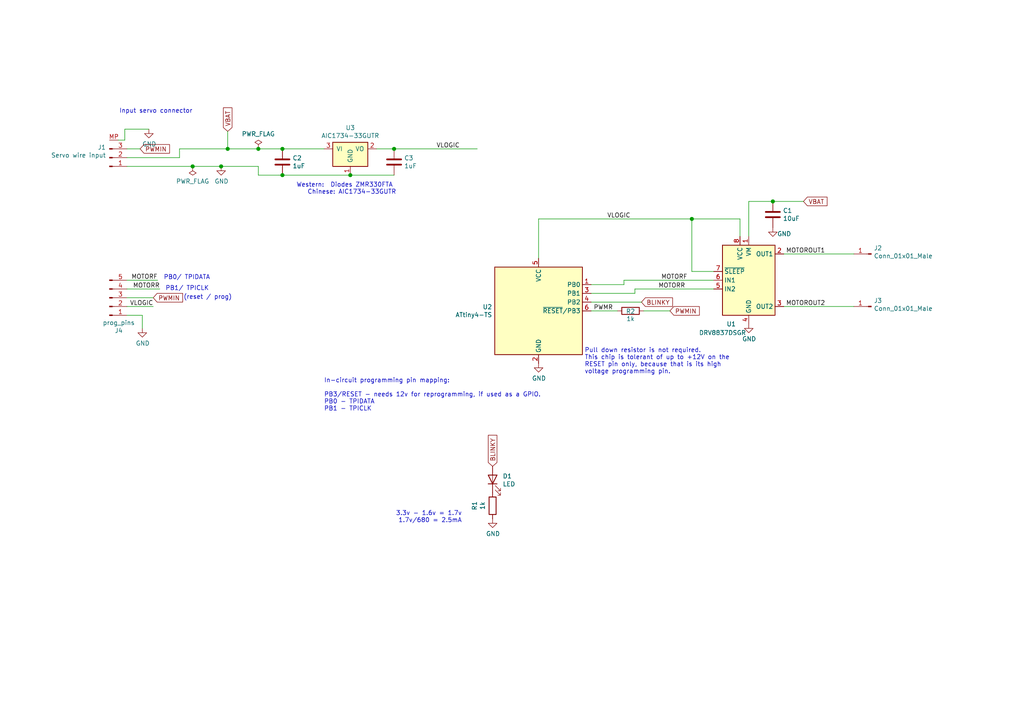
<source format=kicad_sch>
(kicad_sch (version 20210126) (generator eeschema)
  (paper "A4")
  (title_block (title "N20 motor back ESC") (date "2020-12-31") (company "Mark Robson"))
  (lib_symbols
    (symbol "Connector:Conn_01x01_Male" (pin_names hide)
      (property "Reference" "J" (at 0 2.54 0))
      (property "Value" "Conn_01x01_Male" (at 0 -2.54 0))
      (symbol "Conn_01x01_Male_1_1"
        (rectangle (start 0.8636 0.127) (end 0 -0.127) (fill (type outline)))
        (polyline (pts (xy 1.27 0) (xy 0.8636 0)))
        (pin passive line (at 5.08 0 180) (length 3.81) (name "Pin_1") (number "1"))
      )
    )
    (symbol "Connector:Conn_01x05_Male" (pin_names (offset 1.016) hide)
      (property "Reference" "J" (at 0 7.62 0))
      (property "Value" "Conn_01x05_Male" (at 0 -7.62 0))
      (symbol "Conn_01x05_Male_1_1"
        (rectangle (start 0.8636 -4.953) (end 0 -5.207) (stroke (width 0.1524)) (fill (type outline)))
        (rectangle (start 0.8636 -2.413) (end 0 -2.667) (stroke (width 0.1524)) (fill (type outline)))
        (rectangle (start 0.8636 0.127) (end 0 -0.127) (stroke (width 0.1524)) (fill (type outline)))
        (rectangle (start 0.8636 2.667) (end 0 2.413) (stroke (width 0.1524)) (fill (type outline)))
        (rectangle (start 0.8636 5.207) (end 0 4.953) (stroke (width 0.1524)) (fill (type outline)))
        (polyline (pts (xy 1.27 -5.08) (xy 0.8636 -5.08)) (stroke (width 0.1524)))
        (polyline (pts (xy 1.27 -2.54) (xy 0.8636 -2.54)) (stroke (width 0.1524)))
        (polyline (pts (xy 1.27 0) (xy 0.8636 0)) (stroke (width 0.1524)))
        (polyline (pts (xy 1.27 2.54) (xy 0.8636 2.54)) (stroke (width 0.1524)))
        (polyline (pts (xy 1.27 5.08) (xy 0.8636 5.08)) (stroke (width 0.1524)))
        (pin passive line (at 5.08 5.08 180) (length 3.81) (name "Pin_1") (number "1"))
        (pin passive line (at 5.08 2.54 180) (length 3.81) (name "Pin_2") (number "2"))
        (pin passive line (at 5.08 0 180) (length 3.81) (name "Pin_3") (number "3"))
        (pin passive line (at 5.08 -2.54 180) (length 3.81) (name "Pin_4") (number "4"))
        (pin passive line (at 5.08 -5.08 180) (length 3.81) (name "Pin_5") (number "5"))
      )
    )
    (symbol "Device:C" (pin_numbers hide) (pin_names (offset 0.254))
      (property "Reference" "C" (at 0.635 2.54 0))
      (property "Value" "C" (at 0.635 -2.54 0))
      (symbol "C_0_1"
        (polyline (pts (xy -2.032 -0.762) (xy 2.032 -0.762)) (stroke (width 0.508)))
        (polyline (pts (xy -2.032 0.762) (xy 2.032 0.762)) (stroke (width 0.508)))
      )
      (symbol "C_1_1"
        (pin passive line (at 0 3.81 270) (length 2.794) (name "~") (number "1"))
        (pin passive line (at 0 -3.81 90) (length 2.794) (name "~") (number "2"))
      )
    )
    (symbol "Device:LED" (pin_numbers hide) (pin_names (offset 1.016) hide)
      (property "Reference" "D" (at 0 2.54 0))
      (property "Value" "LED" (at 0 -2.54 0))
      (symbol "LED_0_1"
        (polyline (pts (xy -1.27 -1.27) (xy -1.27 1.27)) (stroke (width 0.254)))
        (polyline (pts (xy -1.27 0) (xy 1.27 0)))
        (polyline (pts (xy 1.27 -1.27) (xy 1.27 1.27) (xy -1.27 0) (xy 1.27 -1.27)) (stroke (width 0.254)))
        (polyline (pts (xy -3.048 -0.762) (xy -4.572 -2.286) (xy -3.81 -2.286) (xy -4.572 -2.286) (xy -4.572 -1.524)))
        (polyline (pts (xy -1.778 -0.762) (xy -3.302 -2.286) (xy -2.54 -2.286) (xy -3.302 -2.286) (xy -3.302 -1.524)))
      )
      (symbol "LED_1_1"
        (pin passive line (at -3.81 0 0) (length 2.54) (name "K") (number "1"))
        (pin passive line (at 3.81 0 180) (length 2.54) (name "A") (number "2"))
      )
    )
    (symbol "Device:R" (pin_numbers hide) (pin_names (offset 0))
      (property "Reference" "R" (at 2.032 0 90))
      (property "Value" "R" (at 0 0 90))
      (symbol "R_0_1"
        (rectangle (start -1.016 -2.54) (end 1.016 2.54) (stroke (width 0.254)))
      )
      (symbol "R_1_1"
        (pin passive line (at 0 3.81 270) (length 1.27) (name "~") (number "1"))
        (pin passive line (at 0 -3.81 90) (length 1.27) (name "~") (number "2"))
      )
    )
    (symbol "Driver_Motor:DRV8837"
      (property "Reference" "U" (at 6.35 11.43 0))
      (property "Value" "DRV8837" (at -10.16 11.43 0))
      (symbol "DRV8837_0_1"
        (rectangle (start -7.62 10.16) (end 7.62 -10.16) (stroke (width 0.254)) (fill (type background)))
      )
      (symbol "DRV8837_1_1"
        (pin power_in line (at 0 12.7 270) (length 2.54) (name "VM") (number "1"))
        (pin output line (at 10.16 7.62 180) (length 2.54) (name "OUT1") (number "2"))
        (pin output line (at 10.16 -7.62 180) (length 2.54) (name "OUT2") (number "3"))
        (pin power_in line (at 0 -12.7 90) (length 2.54) (name "GND") (number "4"))
        (pin input line (at -10.16 -2.54 0) (length 2.54) (name "IN2") (number "5"))
        (pin input line (at -10.16 0 0) (length 2.54) (name "IN1") (number "6"))
        (pin input line (at -10.16 2.54 0) (length 2.54) (name "~SLEEP") (number "7"))
        (pin power_in line (at -2.54 12.7 270) (length 2.54) (name "VCC") (number "8"))
        (pin passive line (at 0 -12.7 90) (length 2.54) hide (name "GND") (number "9"))
      )
    )
    (symbol "MCU_Microchip_ATtiny:ATtiny4-TS"
      (property "Reference" "U" (at -12.7 13.97 0))
      (property "Value" "ATtiny4-TS" (at 2.54 -13.97 0))
      (symbol "ATtiny4-TS_0_1"
        (rectangle (start -12.7 -12.7) (end 12.7 12.7) (stroke (width 0.254)) (fill (type background)))
      )
      (symbol "ATtiny4-TS_1_1"
        (pin bidirectional line (at 15.24 7.62 180) (length 2.54) (name "PB0") (number "1"))
        (pin power_in line (at 0 -15.24 90) (length 2.54) (name "GND") (number "2"))
        (pin bidirectional line (at 15.24 5.08 180) (length 2.54) (name "PB1") (number "3"))
        (pin bidirectional line (at 15.24 2.54 180) (length 2.54) (name "PB2") (number "4"))
        (pin power_in line (at 0 15.24 270) (length 2.54) (name "VCC") (number "5"))
        (pin bidirectional line (at 15.24 0 180) (length 2.54) (name "~RESET~/PB3") (number "6"))
      )
    )
    (symbol "motorback:Conn_01x03_withmechanical" (pin_names (offset 1.016) hide)
      (property "Reference" "J" (at 0 5.08 0))
      (property "Value" "Conn_01x03_withmechanical" (at -1.905 -7.62 0))
      (symbol "Conn_01x03_withmechanical_1_1"
        (rectangle (start 0.8636 -2.413) (end 0 -2.667) (stroke (width 0.1524)) (fill (type outline)))
        (rectangle (start 0.8636 0.127) (end 0 -0.127) (stroke (width 0.1524)) (fill (type outline)))
        (rectangle (start 0.8636 2.667) (end 0 2.413) (stroke (width 0.1524)) (fill (type outline)))
        (polyline (pts (xy 1.27 -2.54) (xy 0.8636 -2.54)) (stroke (width 0.1524)))
        (polyline (pts (xy 1.27 0) (xy 0.8636 0)) (stroke (width 0.1524)))
        (polyline (pts (xy 1.27 2.54) (xy 0.8636 2.54)) (stroke (width 0.1524)))
        (pin passive line (at 5.08 2.54 180) (length 3.81) (name "Pin_1") (number "1"))
        (pin passive line (at 5.08 0 180) (length 3.81) (name "Pin_2") (number "2"))
        (pin passive line (at 5.08 -2.54 180) (length 3.81) (name "Pin_3") (number "3"))
        (pin passive line (at 2.54 -5.08 180) (length 2.54) (name "MP") (number "MP"))
      )
    )
    (symbol "motorback:generic_regulator_GOI" (pin_names (offset 1.016))
      (property "Reference" "U" (at 0 1.27 0))
      (property "Value" "generic_regulator_GOI" (at 1.27 0 0))
      (symbol "generic_regulator_GOI_1_1"
        (rectangle (start -5.08 -8.89) (end 5.08 -1.905) (stroke (width 0.254)) (fill (type background)))
        (pin power_in line (at 0 -11.43 90) (length 2.54) (name "GND") (number "1"))
        (pin power_out line (at 7.62 -3.81 180) (length 2.54) (name "VO") (number "2"))
        (pin power_in line (at -7.62 -3.81 0) (length 2.54) (name "VI") (number "3"))
      )
    )
    (symbol "power:GND" (power) (pin_names (offset 0))
      (property "Value" "GND" (at 0 -3.81 0))
      (symbol "GND_0_1"
        (polyline (pts (xy 0 0) (xy 0 -1.27) (xy 1.27 -1.27) (xy 0 -2.54) (xy -1.27 -1.27) (xy 0 -1.27)))
      )
      (symbol "GND_1_1"
        (pin power_in line (at 0 0 270) (length 0) hide (name "GND") (number "1"))
      )
    )
    (symbol "power:PWR_FLAG" (power) (pin_numbers hide) (pin_names (offset 0) hide)
      (property "Value" "PWR_FLAG" (at 0 3.81 0))
      (symbol "PWR_FLAG_0_0"
        (pin power_out line (at 0 0 90) (length 0) (name "pwr") (number "1"))
      )
      (symbol "PWR_FLAG_0_1"
        (polyline (pts (xy 0 0) (xy 0 1.27) (xy -1.016 1.905) (xy 0 2.54) (xy 1.016 1.905) (xy 0 1.27)))
      )
    )
  )
  (junction (at 55.88 48.26) (diameter 1.016))
  (junction (at 64.135 48.26) (diameter 1.016))
  (junction (at 66.04 43.18) (diameter 1.016))
  (junction (at 74.93 43.18) (diameter 1.016))
  (junction (at 81.915 43.18) (diameter 1.016))
  (junction (at 81.915 50.8) (diameter 1.016))
  (junction (at 101.6 50.8) (diameter 1.016))
  (junction (at 114.3 43.18) (diameter 1.016))
  (junction (at 200.66 63.5) (diameter 1.016))
  (junction (at 224.155 58.42) (diameter 1.016))
  (wire (pts (xy 34.29 40.64) (xy 36.195 40.64)))
  (wire (pts (xy 36.195 37.465) (xy 43.18 37.465)))
  (wire (pts (xy 36.195 40.64) (xy 36.195 37.465)))
  (wire (pts (xy 36.83 43.18) (xy 40.64 43.18)))
  (wire (pts (xy 36.83 45.72) (xy 52.07 45.72)))
  (wire (pts (xy 36.83 48.26) (xy 55.88 48.26)))
  (wire (pts (xy 36.83 81.28) (xy 45.72 81.28)))
  (wire (pts (xy 36.83 83.82) (xy 46.355 83.82)))
  (wire (pts (xy 36.83 86.36) (xy 44.45 86.36)))
  (wire (pts (xy 36.83 88.9) (xy 44.45 88.9)))
  (wire (pts (xy 36.83 91.44) (xy 41.275 91.44)))
  (wire (pts (xy 41.275 91.44) (xy 41.275 95.25)))
  (wire (pts (xy 52.07 43.18) (xy 66.04 43.18)))
  (wire (pts (xy 52.07 45.72) (xy 52.07 43.18)))
  (wire (pts (xy 55.88 48.26) (xy 64.135 48.26)))
  (wire (pts (xy 64.135 48.26) (xy 74.93 48.26)))
  (wire (pts (xy 66.04 38.1) (xy 66.04 43.18)))
  (wire (pts (xy 66.04 43.18) (xy 74.93 43.18)))
  (wire (pts (xy 74.93 43.18) (xy 81.915 43.18)))
  (wire (pts (xy 74.93 48.26) (xy 74.93 50.8)))
  (wire (pts (xy 74.93 50.8) (xy 81.915 50.8)))
  (wire (pts (xy 81.915 43.18) (xy 93.98 43.18)))
  (wire (pts (xy 81.915 50.8) (xy 101.6 50.8)))
  (wire (pts (xy 101.6 50.8) (xy 114.3 50.8)))
  (wire (pts (xy 109.22 43.18) (xy 114.3 43.18)))
  (wire (pts (xy 114.3 43.18) (xy 138.43 43.18)))
  (wire (pts (xy 156.21 63.5) (xy 200.66 63.5)))
  (wire (pts (xy 156.21 74.93) (xy 156.21 63.5)))
  (wire (pts (xy 171.45 87.63) (xy 186.055 87.63)))
  (wire (pts (xy 171.45 90.17) (xy 179.07 90.17)))
  (wire (pts (xy 180.975 81.28) (xy 180.975 82.55)))
  (wire (pts (xy 180.975 81.28) (xy 207.01 81.28)))
  (wire (pts (xy 180.975 82.55) (xy 171.45 82.55)))
  (wire (pts (xy 184.15 83.82) (xy 184.15 85.09)))
  (wire (pts (xy 184.15 83.82) (xy 207.01 83.82)))
  (wire (pts (xy 184.15 85.09) (xy 171.45 85.09)))
  (wire (pts (xy 186.69 90.17) (xy 194.31 90.17)))
  (wire (pts (xy 200.66 63.5) (xy 214.63 63.5)))
  (wire (pts (xy 200.66 78.74) (xy 200.66 63.5)))
  (wire (pts (xy 207.01 78.74) (xy 200.66 78.74)))
  (wire (pts (xy 214.63 63.5) (xy 214.63 68.58)))
  (wire (pts (xy 217.17 58.42) (xy 217.17 68.58)))
  (wire (pts (xy 224.155 58.42) (xy 217.17 58.42)))
  (wire (pts (xy 224.155 58.42) (xy 233.045 58.42)))
  (wire (pts (xy 227.33 73.66) (xy 247.65 73.66)))
  (wire (pts (xy 227.33 88.9) (xy 247.65 88.9)))
  (text "Input servo connector" (at 55.88 33.02 180) (effects (font (size 1.27 1.27)) (justify right bottom)))
  (text "PB0/ TPIDATA" (at 60.96 81.28 180) (effects (font (size 1.27 1.27)) (justify right bottom)))
  (text "PB1/ TPICLK " (at 61.595 84.455 180) (effects (font (size 1.27 1.27)) (justify right bottom)))
  (text "(reset / prog)" (at 67.31 86.995 180) (effects (font (size 1.27 1.27)) (justify right bottom)))
  (text "In-circuit programming pin mapping:\n\nPB3/RESET - needs 12v for reprogramming, if used as a GPIO.\nPB0 - TPIDATA\nPB1 - TPICLK" (at 93.98 119.38 0) (effects (font (size 1.27 1.27)) (justify left bottom)))
  (text "Western:  Diodes ZMR330FTA \nChinese: AIC1734-33GUTR" (at 114.935 56.515 0) (effects (font (size 1.27 1.27)) (justify right bottom)))
  (text "3.3v - 1.6v = 1.7v\n1.7v/680 = 2.5mA" (at 133.985 151.765 180) (effects (font (size 1.27 1.27)) (justify right bottom)))
  (text "Pull down resistor is not required.\nThis chip is tolerant of up to +12V on the\nRESET pin only, because that is its high\nvoltage programming pin." (at 169.545 108.585 0) (effects (font (size 1.27 1.27)) (justify left bottom)))
  (label "VLOGIC" (at 44.45 88.9 180))
  (label "MOTORF" (at 45.72 81.28 180))
  (label "MOTORR" (at 46.355 83.82 180))
  (label "VLOGIC" (at 133.35 43.18 180))
  (label "PWMR" (at 177.8 90.17 180))
  (label "VLOGIC" (at 182.88 63.5 180))
  (label "MOTORR" (at 198.755 83.82 180))
  (label "MOTORF" (at 199.39 81.28 180))
  (label "MOTOROUT1" (at 227.965 73.66 0))
  (label "MOTOROUT2" (at 227.965 88.9 0))
  (global_label "PWMIN" (shape input) (at 40.64 43.18 0) (property "Intersheet References" "${INTERSHEET_REFS}" (effects hide)))
  (global_label "PWMIN" (shape input) (at 44.45 86.36 0) (property "Intersheet References" "${INTERSHEET_REFS}" (effects hide)))
  (global_label "VBAT" (shape input) (at 66.04 38.1 90) (property "Intersheet References" "${INTERSHEET_REFS}" (effects hide)))
  (global_label "BLINKY" (shape input) (at 142.875 135.255 90) (property "Intersheet References" "${INTERSHEET_REFS}" (effects hide)))
  (global_label "BLINKY" (shape input) (at 186.055 87.63 0) (property "Intersheet References" "${INTERSHEET_REFS}" (effects hide)))
  (global_label "PWMIN" (shape input) (at 194.31 90.17 0) (property "Intersheet References" "${INTERSHEET_REFS}" (effects hide)))
  (global_label "VBAT" (shape input) (at 233.045 58.42 0) (property "Intersheet References" "${INTERSHEET_REFS}" (effects hide)))
  (symbol (lib_id "power:PWR_FLAG") (at 55.88 48.26 180) (unit 1)
    (property "Reference" "#FLG0101" (effects hide))
    (property "Value" "PWR_FLAG" (at 55.88 52.5844 0))
  )
  (symbol (lib_id "power:PWR_FLAG") (at 74.93 43.18 0) (unit 1)
    (property "Reference" "#FLG0102" (effects hide))
    (property "Value" "PWR_FLAG" (at 74.93 38.8556 0))
  )
  (symbol (lib_id "power:GND") (at 41.275 95.25 0) (unit 1)
    (property "Reference" "#PWR01" (effects hide))
    (property "Value" "GND" (at 41.3893 99.5744 0))
  )
  (symbol (lib_id "power:GND") (at 43.18 37.465 0) (unit 1)
    (property "Reference" "#PWR0106" (effects hide))
    (property "Value" "GND" (at 43.2943 41.7894 0))
  )
  (symbol (lib_id "power:GND") (at 64.135 48.26 0) (unit 1)
    (property "Reference" "#PWR02" (effects hide))
    (property "Value" "GND" (at 64.2493 52.5844 0))
  )
  (symbol (lib_id "power:GND") (at 142.875 150.495 0) (unit 1)
    (property "Reference" "#PWR04" (effects hide))
    (property "Value" "GND" (at 142.9893 154.8194 0))
  )
  (symbol (lib_id "power:GND") (at 156.21 105.41 0) (unit 1)
    (property "Reference" "#PWR0101" (effects hide))
    (property "Value" "GND" (at 156.3243 109.7344 0))
  )
  (symbol (lib_id "power:GND") (at 217.17 93.98 0) (unit 1)
    (property "Reference" "#PWR0102" (effects hide))
    (property "Value" "GND" (at 217.2843 98.3044 0))
  )
  (symbol (lib_id "power:GND") (at 224.155 66.04 0) (unit 1)
    (property "Reference" "#PWR03" (effects hide))
    (property "Value" "GND" (at 227.4443 67.8244 0))
  )
  (symbol (lib_id "Connector:Conn_01x01_Male") (at 252.73 73.66 180) (unit 1)
    (property "Reference" "J2" (at 253.4413 71.9518 0) (effects (justify right)))
    (property "Value" "Conn_01x01_Male" (at 253.4413 74.2505 0) (effects (justify right)))
    (property "Footprint" "motorback:motorpad" (effects hide))
  )
  (symbol (lib_id "Connector:Conn_01x01_Male") (at 252.73 88.9 180) (unit 1)
    (property "Reference" "J3" (at 253.4413 87.1918 0) (effects (justify right)))
    (property "Value" "Conn_01x01_Male" (at 253.4413 89.4905 0) (effects (justify right)))
    (property "Footprint" "motorback:motorpad" (effects hide))
  )
  (symbol (lib_id "Device:R") (at 142.875 146.685 180) (unit 1)
    (property "Reference" "R1" (at 137.6488 146.685 90))
    (property "Value" "1k" (at 139.947 146.685 90))
    (property "Footprint" "Resistor_SMD:R_0603_1608Metric" (effects hide))
    (property "LCSC" "C21190" (effects hide))
    (property "MPN" "1k ohm 0603" (effects hide))
    (property "Manufacturer" "Any" (effects hide))
  )
  (symbol (lib_id "Device:R") (at 182.88 90.17 270) (unit 1)
    (property "Reference" "R2" (at 182.88 90.3162 90))
    (property "Value" "1k" (at 182.88 92.463 90))
    (property "Footprint" "Resistor_SMD:R_0603_1608Metric" (effects hide))
    (property "LCSC" "C21190" (effects hide))
    (property "MPN" "1k ohm 0603" (effects hide))
    (property "Manufacturer" "Any" (effects hide))
  )
  (symbol (lib_id "Device:LED") (at 142.875 139.065 90) (unit 1)
    (property "Reference" "D1" (at 145.7961 138.1061 90) (effects (justify right)))
    (property "Value" "LED" (at 145.7961 140.4048 90) (effects (justify right)))
    (property "Footprint" "LED_SMD:LED_0603_1608Metric" (effects hide))
    (property "LCSC" "C2286" (effects hide))
    (property "MPN" "Red LED 0603" (effects hide))
    (property "Manufacturer" "Any" (effects hide))
  )
  (symbol (lib_id "Device:C") (at 81.915 46.99 0) (unit 1)
    (property "Reference" "C2" (at 84.8361 45.8406 0) (effects (justify left)))
    (property "Value" "1uF" (at 84.8361 48.1393 0) (effects (justify left)))
    (property "Footprint" "Capacitor_SMD:C_0402_1005Metric" (effects hide))
    (property "LCSC" "C52923" (effects hide))
    (property "MPN" "CL05A105KA5NQNC" (effects hide))
    (property "Manufacturer" "Samsung Electro" (effects hide))
  )
  (symbol (lib_id "Device:C") (at 114.3 46.99 0) (unit 1)
    (property "Reference" "C3" (at 117.2211 45.8406 0) (effects (justify left)))
    (property "Value" "1uF" (at 117.2211 48.1393 0) (effects (justify left)))
    (property "Footprint" "Capacitor_SMD:C_0402_1005Metric" (effects hide))
    (property "LCSC" "C52923" (effects hide))
    (property "MPN" "CL05A105KA5NQNC" (effects hide))
    (property "Manufacturer" "Samsung Electro" (effects hide))
  )
  (symbol (lib_id "Device:C") (at 224.155 62.23 0) (unit 1)
    (property "Reference" "C1" (at 227.0761 61.0806 0) (effects (justify left)))
    (property "Value" "10uF" (at 227.0761 63.3793 0) (effects (justify left)))
    (property "Footprint" "Capacitor_SMD:C_0603_1608Metric" (effects hide))
    (property "LCSC" "C19702" (effects hide))
    (property "MPN" "CL10A106KP8NNNC" (effects hide))
    (property "Manufacturer" "Samsung Electro" (effects hide))
  )
  (symbol (lib_id "motorback:Conn_01x03_withmechanical") (at 31.75 45.72 0) (mirror x) (unit 1)
    (property "Reference" "J1" (at 30.7339 42.7418 0) (effects (justify right)))
    (property "Value" "Servo wire input" (at 30.734 45.041 0) (effects (justify right)))
    (property "Footprint" "Connector_JST:JST_SH_SM03B-SRSS-TB_1x03-1MP_P1.00mm_Horizontal" (effects hide))
    (property "MPN" "SM03B-SRSS-TB" (effects hide))
    (property "Manufacturer" "JST" (effects hide))
  )
  (symbol (lib_id "Connector:Conn_01x05_Male") (at 31.75 86.36 0) (mirror x) (unit 1)
    (property "Reference" "J4" (at 34.4424 95.9042 0))
    (property "Value" "prog_pins" (at 34.442 93.606 0))
    (property "Footprint" "motorback:pogopins_5" (effects hide))
  )
  (symbol (lib_id "motorback:generic_regulator_GOI") (at 101.6 39.37 0) (unit 1)
    (property "Reference" "U3" (at 101.6 37.0648 0))
    (property "Value" "AIC1734-33GUTR" (at 101.6 39.3635 0))
    (property "Footprint" "Package_TO_SOT_SMD:SOT-23" (effects hide))
    (property "LCSC" "C211659" (effects hide))
    (property "MPN" "AIC1734-33GUTR" (effects hide))
    (property "Manufacturer" "AIC" (effects hide))
  )
  (symbol (lib_id "Driver_Motor:DRV8837") (at 217.17 81.28 0) (unit 1)
    (property "Reference" "U1" (at 212.09 93.98 0))
    (property "Value" "DRV8837DSGR" (at 209.55 96.52 0))
    (property "Footprint" "motorback:drv8837_custom" (effects hide))
    (property "Datasheet" "http://www.ti.com/lit/ds/symlink/drv8837.pdf" (effects hide))
    (property "LCSC" "C39159" (effects hide))
    (property "MPN" "DRV8837DSGR" (effects hide))
    (property "Manufacturer" "TI" (effects hide))
  )
  (symbol (lib_id "MCU_Microchip_ATtiny:ATtiny4-TS") (at 156.21 90.17 0) (unit 1)
    (property "Reference" "U2" (at 142.7479 89.0206 0) (effects (justify right)))
    (property "Value" "ATtiny4-TS" (at 142.7479 91.3193 0) (effects (justify right)))
    (property "Footprint" "Package_TO_SOT_SMD:SOT-23-6" (effects hide))
    (property "Datasheet" "http://ww1.microchip.com/downloads/en/DeviceDoc/Atmel-8127-AVR-8-bit-Microcontroller-ATtiny4-ATtiny5-ATtiny9-ATtiny10_Datasheet.pdf" (effects hide))
    (property "MPN" "ATTINY4-TSHR" (effects hide))
    (property "Manufacturer" "Microchip" (effects hide))
  )
)
</source>
